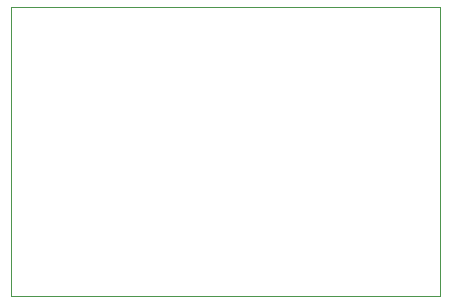
<source format=gbr>
G04 #@! TF.GenerationSoftware,KiCad,Pcbnew,(5.1.10)-1*
G04 #@! TF.CreationDate,2021-05-22T21:50:54-07:00*
G04 #@! TF.ProjectId,E-Bike,452d4269-6b65-42e6-9b69-6361645f7063,rev?*
G04 #@! TF.SameCoordinates,PX619eb90PY83695b8*
G04 #@! TF.FileFunction,Profile,NP*
%FSLAX45Y45*%
G04 Gerber Fmt 4.5, Leading zero omitted, Abs format (unit mm)*
G04 Created by KiCad (PCBNEW (5.1.10)-1) date 2021-05-22 21:50:54*
%MOMM*%
%LPD*%
G01*
G04 APERTURE LIST*
G04 #@! TA.AperFunction,Profile*
%ADD10C,0.050000*%
G04 #@! TD*
G04 APERTURE END LIST*
D10*
X3556000Y-76200D02*
X-76200Y-76200D01*
X3556000Y2374900D02*
X3556000Y-76200D01*
X-76200Y2374900D02*
X3556000Y2374900D01*
X-76200Y-76200D02*
X-76200Y2374900D01*
M02*

</source>
